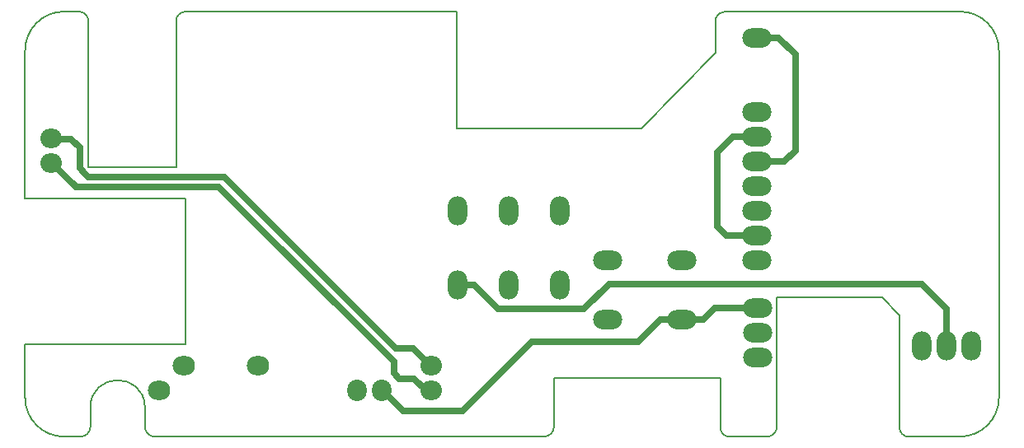
<source format=gbl>
%TF.GenerationSoftware,KiCad,Pcbnew,(5.0.0)*%
%TF.CreationDate,2019-07-16T15:39:35+02:00*%
%TF.ProjectId,Gnu_Vario_E_V1.10,476E755F566172696F5F455F56312E31,V 1.10*%
%TF.SameCoordinates,Original*%
%TF.FileFunction,Copper,L2,Bot,Signal*%
%TF.FilePolarity,Positive*%
%FSLAX46Y46*%
G04 Gerber Fmt 4.6, Leading zero omitted, Abs format (unit mm)*
G04 Created by KiCad (PCBNEW (5.0.0)) date 07/16/19 15:39:35*
%MOMM*%
%LPD*%
G01*
G04 APERTURE LIST*
%ADD10C,0.150000*%
%ADD11O,2.000000X3.000000*%
%ADD12O,2.200000X2.000000*%
%ADD13O,2.300000X2.000000*%
%ADD14O,2.000000X2.200000*%
%ADD15O,3.000000X2.000000*%
%ADD16C,0.700000*%
G04 APERTURE END LIST*
D10*
X162700000Y-95300000D02*
X173500000Y-95300000D01*
X162700000Y-108600000D02*
G75*
G02X161700000Y-109600000I-1000000J0D01*
G01*
X176200000Y-109600000D02*
G75*
G02X175300000Y-108700000I0J900000D01*
G01*
X175300000Y-97100000D02*
X175300000Y-108700000D01*
X173500000Y-95300000D02*
X175300000Y-97100000D01*
X162700000Y-95300000D02*
X162700000Y-108600000D01*
X157800000Y-109600000D02*
G75*
G02X156900000Y-108700000I0J900000D01*
G01*
X85500000Y-69900000D02*
X85500000Y-85100000D01*
X102000000Y-100100000D02*
X85500000Y-100100000D01*
X102000000Y-85100000D02*
X102000000Y-100100000D01*
X101000000Y-85100000D02*
X102000000Y-85100000D01*
X101000000Y-85100000D02*
X85500000Y-85100000D01*
X148800000Y-77900000D02*
X156400000Y-70100000D01*
X129800000Y-77900000D02*
X148800000Y-77900000D01*
X129800000Y-65900000D02*
X129800000Y-77900000D01*
X157800000Y-109600000D02*
X161700000Y-109600000D01*
X175700000Y-65900000D02*
X162400000Y-65900000D01*
X162400000Y-65900000D02*
X157400000Y-65900000D01*
X156402857Y-66600886D02*
G75*
G02X157400000Y-65900000I952331J-295115D01*
G01*
X156400000Y-66600000D02*
X156400000Y-70100000D01*
X98800000Y-109600000D02*
G75*
G02X97800000Y-108600000I0J1000000D01*
G01*
X92198215Y-108600000D02*
G75*
G02X91198215Y-109600000I-1000000J0D01*
G01*
X92198215Y-106600000D02*
G75*
G02X97800000Y-106500000I2801785J0D01*
G01*
X97800000Y-108600000D02*
X97800000Y-106500000D01*
X92200000Y-108600000D02*
X92198215Y-106600000D01*
X139800000Y-108600000D02*
G75*
G02X138800000Y-109600000I-1000000J0D01*
G01*
X101000000Y-66900000D02*
G75*
G02X102000000Y-65900000I1000000J0D01*
G01*
X91000000Y-65900000D02*
G75*
G02X92000000Y-66900000I0J-1000000D01*
G01*
X85500000Y-69900000D02*
G75*
G02X89500000Y-65900000I4000000J0D01*
G01*
X89500000Y-109600000D02*
G75*
G02X85500000Y-105600000I0J4000000D01*
G01*
X185500000Y-105600000D02*
G75*
G02X181500000Y-109600000I-4000000J0D01*
G01*
X181500000Y-65900000D02*
G75*
G02X185500000Y-69900000I0J-4000000D01*
G01*
X156900000Y-103600000D02*
X139800000Y-103600000D01*
X139800000Y-103600000D02*
X139800000Y-108600000D01*
X156900000Y-108700000D02*
X156900000Y-103600000D01*
X138800000Y-109600000D02*
X98800000Y-109600000D01*
X181500000Y-109600000D02*
X176200000Y-109600000D01*
X185500000Y-69900000D02*
X185500000Y-105600000D01*
X175700000Y-65900000D02*
X181500000Y-65900000D01*
X102000000Y-65900000D02*
X129800000Y-65900000D01*
X101000000Y-81900000D02*
X101000000Y-66900000D01*
X92000000Y-81900000D02*
X101000000Y-81900000D01*
X92000000Y-66900000D02*
X92000000Y-81900000D01*
X89500000Y-65900000D02*
X91000000Y-65900000D01*
X85500000Y-105600000D02*
X85500000Y-100100000D01*
X91200000Y-109600000D02*
X89500000Y-109600000D01*
D11*
X177580000Y-100240000D03*
X180120000Y-100240000D03*
X182660000Y-100240000D03*
D12*
X127184546Y-102334532D03*
X127184546Y-104874532D03*
D13*
X99244546Y-104884532D03*
D14*
X122104546Y-104874532D03*
X119564546Y-104874532D03*
D13*
X109404546Y-102334532D03*
X101784546Y-102334532D03*
D12*
X88200000Y-81500000D03*
X88200000Y-78960000D03*
D15*
X160700000Y-98960000D03*
X160700000Y-101500000D03*
X160700000Y-96420000D03*
X160660000Y-68600000D03*
X160660000Y-76220000D03*
X160660000Y-83840000D03*
X160660000Y-78760000D03*
X160660000Y-81300000D03*
X160660000Y-91460000D03*
X160660000Y-88920000D03*
X160660000Y-86380000D03*
X152950000Y-97570000D03*
X145330000Y-97570000D03*
D11*
X140390000Y-94040000D03*
X140390000Y-86420000D03*
X135130000Y-94040000D03*
X135130000Y-86420000D03*
X129870000Y-94040000D03*
X129870000Y-86420000D03*
D15*
X152950000Y-91510000D03*
X145330000Y-91510000D03*
D16*
X158500000Y-96420000D02*
X158500000Y-96420000D01*
X155150000Y-97570000D02*
X156300000Y-96420000D01*
X156300000Y-96420000D02*
X158500000Y-96420000D01*
X155150000Y-97570000D02*
X155150000Y-97570000D01*
X152950000Y-97570000D02*
X155150000Y-97570000D01*
X158500000Y-96420000D02*
X160700000Y-96420000D01*
X122204546Y-104874532D02*
X124330014Y-107000000D01*
X124330014Y-107000000D02*
X130385774Y-107000000D01*
X150750000Y-97570000D02*
X148430000Y-99890000D01*
X152950000Y-97570000D02*
X150750000Y-97570000D01*
X137495774Y-99890000D02*
X130385774Y-107000000D01*
X148430000Y-99890000D02*
X137495774Y-99890000D01*
X163460000Y-81340000D02*
X163460000Y-81340000D01*
X163460000Y-81340000D02*
X160500000Y-81340000D01*
X164600000Y-80200000D02*
X163460000Y-81340000D01*
X164600000Y-70340000D02*
X164600000Y-80200000D01*
X162860000Y-68600000D02*
X164600000Y-70340000D01*
X160660000Y-68600000D02*
X162860000Y-68600000D01*
X88360000Y-81580000D02*
X88260000Y-81580000D01*
X90405020Y-83625020D02*
X88360000Y-81580000D01*
X90700010Y-83900010D02*
X90425020Y-83625020D01*
X126704532Y-104874532D02*
X125460000Y-103630000D01*
X127184546Y-104874532D02*
X126704532Y-104874532D01*
X125460000Y-103630000D02*
X123940000Y-103630000D01*
X123940000Y-103630000D02*
X123360000Y-103050000D01*
X90425020Y-83625020D02*
X90405020Y-83625020D01*
X123360000Y-103050000D02*
X123360000Y-101897984D01*
X123360000Y-101897984D02*
X105362026Y-83900010D01*
X90700010Y-83900010D02*
X105362026Y-83900010D01*
X91699692Y-82625010D02*
X91100000Y-82025318D01*
X90240000Y-79040000D02*
X88260000Y-79040000D01*
X91100000Y-82025318D02*
X91100000Y-79900000D01*
X91100000Y-79900000D02*
X90240000Y-79040000D01*
X91699692Y-82625010D02*
X91725010Y-82625010D01*
X92000000Y-82900000D02*
X105950014Y-82900000D01*
X91725010Y-82625010D02*
X92000000Y-82900000D01*
X125300000Y-100549986D02*
X123600000Y-100549986D01*
X127084546Y-102334532D02*
X125300000Y-100549986D01*
X127184546Y-102334532D02*
X127084546Y-102334532D01*
X123600000Y-100549986D02*
X105950014Y-82900000D01*
X180120000Y-96440000D02*
X177590000Y-93910000D01*
X180120000Y-100240000D02*
X180120000Y-96440000D01*
X177590000Y-93910000D02*
X145490000Y-93910000D01*
X131640000Y-94040000D02*
X129870000Y-94040000D01*
X145490000Y-93910000D02*
X142900000Y-96500000D01*
X142900000Y-96500000D02*
X134100000Y-96500000D01*
X134100000Y-96500000D02*
X131640000Y-94040000D01*
X157530000Y-88920000D02*
X160660000Y-88920000D01*
X156590000Y-87980000D02*
X157530000Y-88920000D01*
X156590000Y-80350000D02*
X156590000Y-87980000D01*
X158180000Y-78760000D02*
X156590000Y-80350000D01*
X160660000Y-78760000D02*
X158180000Y-78760000D01*
M02*

</source>
